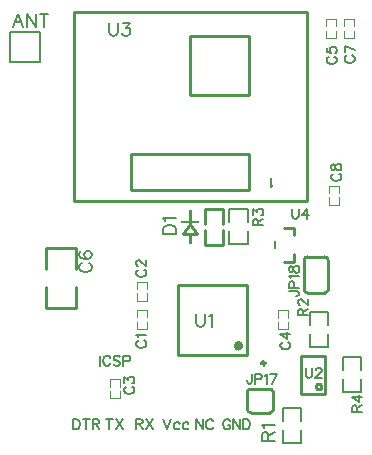
<source format=gto>
G04 ---------------------------- Layer name :TOP SILK LAYER*
G04 EasyEDA v5.5.15, Tue, 26 Jun 2018 10:07:45 GMT*
G04 6b00658ecf034e76a6cd097d3bdf46c6*
G04 Gerber Generator version 0.2*
G04 Scale: 100 percent, Rotated: No, Reflected: No *
G04 Dimensions in inches *
G04 leading zeros omitted , absolute positions ,2 integer and 4 decimal *
%FSLAX24Y24*%
%MOIN*%
G90*
G70D02*

%ADD10C,0.010000*%
%ADD31C,0.004000*%
%ADD32C,0.007874*%
%ADD33C,0.008000*%
%ADD34C,0.007992*%
%ADD35C,0.011811*%
%ADD36C,0.015748*%
%ADD37C,0.007000*%
%ADD38C,0.006000*%

%LPD*%
G54D10*
G01X7100Y7600D02*
G01X7100Y7100D01*
G01X6500Y7100D01*
G01X6500Y7600D01*
G01X7100Y7800D02*
G01X7100Y8300D01*
G01X6500Y8300D01*
G01X6500Y7800D01*
G01X6000Y7800D02*
G01X5767Y7475D01*
G01X6232Y7475D01*
G01X6000Y7800D01*
G54D31*
G01X10630Y8680D02*
G01X10630Y8430D01*
G01X10969Y8430D01*
G01X10969Y8640D01*
G01X10969Y8680D01*
G01X10969Y8830D02*
G01X10969Y9069D01*
G01X10630Y9069D01*
G01X10630Y8859D01*
G01X10630Y8830D01*
G01X11130Y14230D02*
G01X11130Y13980D01*
G01X11469Y13980D01*
G01X11469Y14190D01*
G01X11469Y14230D01*
G01X11469Y14380D02*
G01X11469Y14619D01*
G01X11130Y14619D01*
G01X11130Y14409D01*
G01X11130Y14380D01*
G54D10*
G01X9710Y2748D02*
G01X9710Y2119D01*
G01X9710Y2119D02*
G01X10101Y2119D01*
G01X9710Y2748D02*
G01X9710Y3378D01*
G01X9710Y3378D02*
G01X10101Y3378D01*
G01X10101Y3378D02*
G01X10490Y3378D01*
G01X10490Y3378D02*
G01X10490Y2748D01*
G01X10101Y2119D02*
G01X10490Y2119D01*
G01X10490Y2119D02*
G01X10490Y2748D01*
G54D32*
G01X9714Y927D02*
G01X9714Y494D01*
G01X9084Y494D01*
G01X9084Y927D01*
G01X9714Y1242D02*
G01X9714Y1675D01*
G01X9321Y1675D01*
G01X9084Y1675D01*
G01X9084Y1242D01*
G01X10614Y4127D02*
G01X10614Y3694D01*
G01X9985Y3694D01*
G01X9985Y4127D01*
G01X10614Y4442D02*
G01X10614Y4875D01*
G01X10221Y4875D01*
G01X9985Y4875D01*
G01X9985Y4442D01*
G54D33*
G01X1000Y13200D02*
G01X0Y13200D01*
G01X0Y14200D01*
G01X1000Y14200D01*
G01X1000Y13450D01*
G54D34*
G01X1000Y13200D02*
G01X1000Y13450D01*
G54D32*
G01X11714Y2627D02*
G01X11714Y2194D01*
G01X11085Y2194D01*
G01X11085Y2627D01*
G01X11714Y2942D02*
G01X11714Y3375D01*
G01X11321Y3375D01*
G01X11085Y3375D01*
G01X11085Y2942D01*
G54D31*
G01X4230Y4530D02*
G01X4230Y4280D01*
G01X4569Y4280D01*
G01X4569Y4490D01*
G01X4569Y4530D01*
G01X4569Y4680D02*
G01X4569Y4919D01*
G01X4230Y4919D01*
G01X4230Y4709D01*
G01X4230Y4680D01*
G01X3669Y2369D02*
G01X3669Y2619D01*
G01X3330Y2619D01*
G01X3330Y2409D01*
G01X3330Y2369D01*
G01X3330Y2219D02*
G01X3330Y1980D01*
G01X3669Y1980D01*
G01X3669Y2190D01*
G01X3669Y2219D01*
G01X9269Y4669D02*
G01X9269Y4919D01*
G01X8930Y4919D01*
G01X8930Y4709D01*
G01X8930Y4669D01*
G01X8930Y4519D02*
G01X8930Y4280D01*
G01X9269Y4280D01*
G01X9269Y4490D01*
G01X9269Y4519D01*
G01X4230Y5480D02*
G01X4230Y5230D01*
G01X4569Y5230D01*
G01X4569Y5440D01*
G01X4569Y5480D01*
G01X4569Y5630D02*
G01X4569Y5869D01*
G01X4230Y5869D01*
G01X4230Y5659D01*
G01X4230Y5630D01*
G01X10530Y14230D02*
G01X10530Y13980D01*
G01X10869Y13980D01*
G01X10869Y14190D01*
G01X10869Y14230D01*
G01X10869Y14380D02*
G01X10869Y14619D01*
G01X10530Y14619D01*
G01X10530Y14409D01*
G01X10530Y14380D01*
G54D32*
G01X7284Y7872D02*
G01X7284Y8305D01*
G01X7915Y8305D01*
G01X7915Y7872D01*
G01X7284Y7557D02*
G01X7284Y7124D01*
G01X7678Y7124D01*
G01X7915Y7124D01*
G01X7915Y7557D01*
G54D10*
G01X8030Y1509D02*
G01X8650Y1509D01*
G01X7909Y1600D02*
G01X7909Y2200D01*
G01X8769Y1600D02*
G01X8769Y2200D01*
G01X8650Y2290D02*
G01X8030Y2290D01*
G01X9455Y6784D02*
G01X9455Y6525D01*
G01X9455Y6784D01*
G01X9455Y6525D01*
G01X9134Y6525D01*
G01X9134Y7674D02*
G01X9455Y7674D01*
G01X9455Y7415D01*
G54D32*
G01X8845Y7218D02*
G01X8845Y6981D01*
G54D10*
G01X10600Y6600D02*
G01X10600Y5600D01*
G01X10500Y6700D02*
G01X9900Y6700D01*
G01X10500Y5500D02*
G01X9900Y5500D01*
G01X9800Y5600D02*
G01X9800Y6600D01*
G01X1203Y5700D02*
G01X1203Y5000D01*
G01X2203Y5000D01*
G01X2203Y5700D01*
G01X2203Y6300D02*
G01X2203Y7000D01*
G01X1203Y7000D01*
G01X1203Y6300D01*
G01X9882Y8550D02*
G01X2123Y8550D01*
G01X2123Y8550D02*
G01X2123Y14850D01*
G01X2123Y14850D02*
G01X9882Y14850D01*
G01X9882Y14850D02*
G01X9882Y8550D01*
G01X7973Y12090D02*
G01X7973Y14059D01*
G01X7973Y14059D02*
G01X6003Y14059D01*
G01X6003Y14059D02*
G01X6003Y12090D01*
G01X6003Y12090D02*
G01X7973Y12090D01*
G01X7973Y8940D02*
G01X7973Y10130D01*
G01X7973Y10130D02*
G01X4032Y10130D01*
G01X4032Y10130D02*
G01X4032Y8940D01*
G01X4032Y8940D02*
G01X7973Y8940D01*
G01X5588Y3438D02*
G01X7911Y3438D01*
G01X7911Y5761D01*
G01X5588Y5761D01*
G01X5588Y3438D01*
G54D37*
G01X5099Y7476D02*
G01X5528Y7476D01*
G01X5099Y7476D02*
G01X5099Y7619D01*
G01X5119Y7681D01*
G01X5160Y7721D01*
G01X5201Y7742D01*
G01X5262Y7762D01*
G01X5364Y7762D01*
G01X5426Y7742D01*
G01X5467Y7721D01*
G01X5508Y7681D01*
G01X5528Y7619D01*
G01X5528Y7476D01*
G01X5180Y7897D02*
G01X5160Y7938D01*
G01X5099Y8000D01*
G01X5528Y8000D01*
G01X10780Y9472D02*
G01X10748Y9456D01*
G01X10716Y9424D01*
G01X10700Y9392D01*
G01X10700Y9328D01*
G01X10716Y9297D01*
G01X10748Y9265D01*
G01X10780Y9249D01*
G01X10827Y9233D01*
G01X10907Y9233D01*
G01X10955Y9249D01*
G01X10986Y9265D01*
G01X11018Y9297D01*
G01X11034Y9328D01*
G01X11034Y9392D01*
G01X11018Y9424D01*
G01X10986Y9456D01*
G01X10955Y9472D01*
G01X10700Y9656D02*
G01X10716Y9608D01*
G01X10748Y9593D01*
G01X10780Y9593D01*
G01X10811Y9608D01*
G01X10827Y9640D01*
G01X10843Y9704D01*
G01X10859Y9752D01*
G01X10891Y9783D01*
G01X10923Y9799D01*
G01X10971Y9799D01*
G01X11002Y9783D01*
G01X11018Y9768D01*
G01X11034Y9720D01*
G01X11034Y9656D01*
G01X11018Y9608D01*
G01X11002Y9593D01*
G01X10971Y9577D01*
G01X10923Y9577D01*
G01X10891Y9593D01*
G01X10859Y9624D01*
G01X10843Y9672D01*
G01X10827Y9736D01*
G01X10811Y9768D01*
G01X10780Y9783D01*
G01X10748Y9783D01*
G01X10716Y9768D01*
G01X10700Y9720D01*
G01X10700Y9656D01*
G01X11234Y13411D02*
G01X11202Y13394D01*
G01X11169Y13363D01*
G01X11153Y13330D01*
G01X11153Y13267D01*
G01X11169Y13236D01*
G01X11202Y13203D01*
G01X11234Y13188D01*
G01X11281Y13171D01*
G01X11360Y13171D01*
G01X11409Y13188D01*
G01X11439Y13203D01*
G01X11472Y13236D01*
G01X11488Y13267D01*
G01X11488Y13330D01*
G01X11472Y13363D01*
G01X11439Y13394D01*
G01X11409Y13411D01*
G01X11153Y13738D02*
G01X11488Y13578D01*
G01X11153Y13515D02*
G01X11153Y13738D01*
G01X9848Y3000D02*
G01X9848Y2761D01*
G01X9864Y2714D01*
G01X9897Y2682D01*
G01X9943Y2666D01*
G01X9976Y2666D01*
G01X10023Y2682D01*
G01X10056Y2714D01*
G01X10072Y2761D01*
G01X10072Y3000D01*
G01X10193Y2920D02*
G01X10193Y2936D01*
G01X10209Y2968D01*
G01X10223Y2984D01*
G01X10256Y3000D01*
G01X10319Y3000D01*
G01X10352Y2984D01*
G01X10368Y2968D01*
G01X10384Y2936D01*
G01X10384Y2904D01*
G01X10368Y2873D01*
G01X10335Y2825D01*
G01X10177Y2666D01*
G01X10398Y2666D01*
G01X8400Y575D02*
G01X8829Y575D01*
G01X8400Y575D02*
G01X8400Y759D01*
G01X8420Y820D01*
G01X8440Y841D01*
G01X8481Y861D01*
G01X8522Y861D01*
G01X8563Y841D01*
G01X8584Y820D01*
G01X8604Y759D01*
G01X8604Y575D01*
G01X8604Y718D02*
G01X8829Y861D01*
G01X8481Y996D02*
G01X8461Y1037D01*
G01X8400Y1099D01*
G01X8829Y1099D01*
G01X9600Y4749D02*
G01X9934Y4749D01*
G01X9600Y4749D02*
G01X9600Y4892D01*
G01X9616Y4940D01*
G01X9632Y4956D01*
G01X9664Y4972D01*
G01X9695Y4972D01*
G01X9727Y4956D01*
G01X9743Y4940D01*
G01X9759Y4892D01*
G01X9759Y4749D01*
G01X9759Y4860D02*
G01X9934Y4972D01*
G01X9680Y5093D02*
G01X9664Y5093D01*
G01X9632Y5109D01*
G01X9616Y5124D01*
G01X9600Y5156D01*
G01X9600Y5220D01*
G01X9616Y5252D01*
G01X9632Y5268D01*
G01X9664Y5284D01*
G01X9695Y5284D01*
G01X9727Y5268D01*
G01X9775Y5236D01*
G01X9934Y5077D01*
G01X9934Y5299D01*
G01X263Y14800D02*
G01X100Y14371D01*
G01X263Y14800D02*
G01X426Y14371D01*
G01X161Y14513D02*
G01X365Y14513D01*
G01X561Y14800D02*
G01X561Y14371D01*
G01X561Y14800D02*
G01X848Y14371D01*
G01X848Y14800D02*
G01X848Y14371D01*
G01X1126Y14800D02*
G01X1126Y14371D01*
G01X984Y14800D02*
G01X1269Y14800D01*
G01X11399Y1534D02*
G01X11733Y1534D01*
G01X11399Y1534D02*
G01X11399Y1676D01*
G01X11415Y1725D01*
G01X11431Y1740D01*
G01X11463Y1757D01*
G01X11495Y1757D01*
G01X11526Y1740D01*
G01X11542Y1725D01*
G01X11558Y1676D01*
G01X11558Y1534D01*
G01X11558Y1644D02*
G01X11733Y1757D01*
G01X11399Y2021D02*
G01X11622Y1861D01*
G01X11622Y2100D01*
G01X11399Y2021D02*
G01X11733Y2021D01*
G01X4280Y3915D02*
G01X4248Y3899D01*
G01X4215Y3867D01*
G01X4200Y3835D01*
G01X4200Y3771D01*
G01X4215Y3740D01*
G01X4248Y3708D01*
G01X4280Y3692D01*
G01X4326Y3676D01*
G01X4407Y3676D01*
G01X4455Y3692D01*
G01X4486Y3708D01*
G01X4517Y3740D01*
G01X4534Y3771D01*
G01X4534Y3835D01*
G01X4517Y3867D01*
G01X4486Y3899D01*
G01X4455Y3915D01*
G01X4263Y4020D02*
G01X4248Y4051D01*
G01X4200Y4099D01*
G01X4534Y4099D01*
G01X3879Y2373D02*
G01X3847Y2357D01*
G01X3816Y2325D01*
G01X3800Y2293D01*
G01X3800Y2229D01*
G01X3816Y2198D01*
G01X3847Y2166D01*
G01X3879Y2150D01*
G01X3927Y2134D01*
G01X4007Y2134D01*
G01X4054Y2150D01*
G01X4086Y2166D01*
G01X4118Y2198D01*
G01X4134Y2229D01*
G01X4134Y2293D01*
G01X4118Y2325D01*
G01X4086Y2357D01*
G01X4054Y2373D01*
G01X3800Y2509D02*
G01X3800Y2684D01*
G01X3927Y2589D01*
G01X3927Y2637D01*
G01X3943Y2669D01*
G01X3959Y2684D01*
G01X4007Y2700D01*
G01X4038Y2700D01*
G01X4086Y2684D01*
G01X4118Y2653D01*
G01X4134Y2605D01*
G01X4134Y2557D01*
G01X4118Y2509D01*
G01X4102Y2494D01*
G01X4070Y2478D01*
G01X9080Y3856D02*
G01X9048Y3840D01*
G01X9016Y3808D01*
G01X9000Y3776D01*
G01X9000Y3712D01*
G01X9016Y3681D01*
G01X9048Y3649D01*
G01X9080Y3633D01*
G01X9127Y3617D01*
G01X9207Y3617D01*
G01X9255Y3633D01*
G01X9286Y3649D01*
G01X9318Y3681D01*
G01X9334Y3712D01*
G01X9334Y3776D01*
G01X9318Y3808D01*
G01X9286Y3840D01*
G01X9255Y3856D01*
G01X9000Y4120D02*
G01X9223Y3961D01*
G01X9223Y4199D01*
G01X9000Y4120D02*
G01X9334Y4120D01*
G01X4279Y6273D02*
G01X4248Y6257D01*
G01X4216Y6225D01*
G01X4200Y6193D01*
G01X4200Y6129D01*
G01X4216Y6098D01*
G01X4248Y6066D01*
G01X4279Y6050D01*
G01X4327Y6034D01*
G01X4407Y6034D01*
G01X4454Y6050D01*
G01X4486Y6066D01*
G01X4518Y6098D01*
G01X4534Y6129D01*
G01X4534Y6193D01*
G01X4518Y6225D01*
G01X4486Y6257D01*
G01X4454Y6273D01*
G01X4279Y6393D02*
G01X4264Y6393D01*
G01X4232Y6409D01*
G01X4216Y6425D01*
G01X4200Y6457D01*
G01X4200Y6521D01*
G01X4216Y6553D01*
G01X4232Y6568D01*
G01X4264Y6584D01*
G01X4295Y6584D01*
G01X4327Y6568D01*
G01X4375Y6537D01*
G01X4534Y6378D01*
G01X4534Y6600D01*
G01X10634Y13375D02*
G01X10602Y13359D01*
G01X10569Y13326D01*
G01X10553Y13294D01*
G01X10553Y13230D01*
G01X10569Y13200D01*
G01X10602Y13167D01*
G01X10634Y13151D01*
G01X10681Y13136D01*
G01X10760Y13136D01*
G01X10809Y13151D01*
G01X10839Y13167D01*
G01X10872Y13200D01*
G01X10888Y13230D01*
G01X10888Y13294D01*
G01X10872Y13326D01*
G01X10839Y13359D01*
G01X10809Y13375D01*
G01X10553Y13671D02*
G01X10553Y13511D01*
G01X10697Y13496D01*
G01X10681Y13511D01*
G01X10664Y13559D01*
G01X10664Y13607D01*
G01X10681Y13655D01*
G01X10713Y13686D01*
G01X10760Y13701D01*
G01X10793Y13701D01*
G01X10839Y13686D01*
G01X10872Y13655D01*
G01X10888Y13607D01*
G01X10888Y13559D01*
G01X10872Y13511D01*
G01X10856Y13496D01*
G01X10825Y13480D01*
G01X8100Y7750D02*
G01X8434Y7750D01*
G01X8100Y7750D02*
G01X8100Y7892D01*
G01X8116Y7940D01*
G01X8132Y7957D01*
G01X8164Y7973D01*
G01X8196Y7973D01*
G01X8227Y7957D01*
G01X8243Y7940D01*
G01X8259Y7892D01*
G01X8259Y7750D01*
G01X8259Y7861D02*
G01X8434Y7973D01*
G01X8100Y8109D02*
G01X8100Y8284D01*
G01X8227Y8188D01*
G01X8227Y8236D01*
G01X8243Y8269D01*
G01X8259Y8284D01*
G01X8307Y8300D01*
G01X8339Y8300D01*
G01X8386Y8284D01*
G01X8418Y8253D01*
G01X8434Y8205D01*
G01X8434Y8157D01*
G01X8418Y8109D01*
G01X8402Y8094D01*
G01X8371Y8078D01*
G01X8059Y2800D02*
G01X8059Y2545D01*
G01X8043Y2498D01*
G01X8027Y2482D01*
G01X7995Y2466D01*
G01X7964Y2466D01*
G01X7932Y2482D01*
G01X7916Y2498D01*
G01X7900Y2545D01*
G01X7900Y2577D01*
G01X8164Y2800D02*
G01X8164Y2466D01*
G01X8164Y2800D02*
G01X8307Y2800D01*
G01X8355Y2784D01*
G01X8371Y2768D01*
G01X8387Y2736D01*
G01X8387Y2689D01*
G01X8371Y2657D01*
G01X8355Y2641D01*
G01X8307Y2625D01*
G01X8164Y2625D01*
G01X8492Y2736D02*
G01X8524Y2752D01*
G01X8571Y2800D01*
G01X8571Y2466D01*
G01X8899Y2800D02*
G01X8740Y2466D01*
G01X8676Y2800D02*
G01X8899Y2800D01*
G01X9399Y8300D02*
G01X9399Y8061D01*
G01X9415Y8014D01*
G01X9447Y7982D01*
G01X9494Y7966D01*
G01X9526Y7966D01*
G01X9574Y7982D01*
G01X9606Y8014D01*
G01X9622Y8061D01*
G01X9622Y8300D01*
G01X9886Y8300D02*
G01X9727Y8077D01*
G01X9965Y8077D01*
G01X9886Y8300D02*
G01X9886Y7966D01*
G01X9299Y5559D02*
G01X9554Y5559D01*
G01X9601Y5543D01*
G01X9617Y5527D01*
G01X9633Y5495D01*
G01X9633Y5464D01*
G01X9617Y5432D01*
G01X9601Y5416D01*
G01X9554Y5400D01*
G01X9522Y5400D01*
G01X9299Y5664D02*
G01X9633Y5664D01*
G01X9299Y5664D02*
G01X9299Y5807D01*
G01X9315Y5855D01*
G01X9331Y5871D01*
G01X9363Y5887D01*
G01X9410Y5887D01*
G01X9442Y5871D01*
G01X9458Y5855D01*
G01X9474Y5807D01*
G01X9474Y5664D01*
G01X9363Y5992D02*
G01X9347Y6024D01*
G01X9299Y6071D01*
G01X9633Y6071D01*
G01X9299Y6256D02*
G01X9315Y6208D01*
G01X9347Y6192D01*
G01X9379Y6192D01*
G01X9410Y6208D01*
G01X9426Y6240D01*
G01X9442Y6304D01*
G01X9458Y6351D01*
G01X9490Y6383D01*
G01X9522Y6399D01*
G01X9570Y6399D01*
G01X9601Y6383D01*
G01X9617Y6367D01*
G01X9633Y6320D01*
G01X9633Y6256D01*
G01X9617Y6208D01*
G01X9601Y6192D01*
G01X9570Y6176D01*
G01X9522Y6176D01*
G01X9490Y6192D01*
G01X9458Y6224D01*
G01X9442Y6272D01*
G01X9426Y6335D01*
G01X9410Y6367D01*
G01X9379Y6383D01*
G01X9347Y6383D01*
G01X9315Y6367D01*
G01X9299Y6320D01*
G01X9299Y6256D01*
G01X2401Y6499D02*
G01X2360Y6478D01*
G01X2319Y6437D01*
G01X2299Y6397D01*
G01X2299Y6315D01*
G01X2319Y6274D01*
G01X2360Y6233D01*
G01X2401Y6212D01*
G01X2462Y6192D01*
G01X2564Y6192D01*
G01X2626Y6212D01*
G01X2667Y6233D01*
G01X2708Y6274D01*
G01X2728Y6315D01*
G01X2728Y6397D01*
G01X2708Y6437D01*
G01X2667Y6478D01*
G01X2626Y6499D01*
G01X2360Y6879D02*
G01X2319Y6859D01*
G01X2299Y6797D01*
G01X2299Y6757D01*
G01X2319Y6695D01*
G01X2380Y6654D01*
G01X2483Y6634D01*
G01X2585Y6634D01*
G01X2667Y6654D01*
G01X2708Y6695D01*
G01X2728Y6757D01*
G01X2728Y6777D01*
G01X2708Y6838D01*
G01X2667Y6879D01*
G01X2605Y6900D01*
G01X2585Y6900D01*
G01X2524Y6879D01*
G01X2483Y6838D01*
G01X2462Y6777D01*
G01X2462Y6757D01*
G01X2483Y6695D01*
G01X2524Y6654D01*
G01X2585Y6634D01*
G01X3299Y14499D02*
G01X3299Y14193D01*
G01X3319Y14131D01*
G01X3360Y14090D01*
G01X3422Y14070D01*
G01X3463Y14070D01*
G01X3524Y14090D01*
G01X3565Y14131D01*
G01X3585Y14193D01*
G01X3585Y14499D01*
G01X3761Y14499D02*
G01X3986Y14499D01*
G01X3864Y14336D01*
G01X3925Y14336D01*
G01X3966Y14315D01*
G01X3986Y14295D01*
G01X4007Y14234D01*
G01X4007Y14193D01*
G01X3986Y14131D01*
G01X3945Y14090D01*
G01X3884Y14070D01*
G01X3823Y14070D01*
G01X3761Y14090D01*
G01X3741Y14111D01*
G01X3720Y14152D01*
G54D38*
G01X8753Y9090D02*
G01X8726Y9076D01*
G01X8684Y9036D01*
G01X8684Y9323D01*
G54D37*
G01X6200Y4800D02*
G01X6200Y4494D01*
G01X6219Y4432D01*
G01X6261Y4391D01*
G01X6323Y4371D01*
G01X6363Y4371D01*
G01X6425Y4391D01*
G01X6465Y4432D01*
G01X6486Y4494D01*
G01X6486Y4800D01*
G01X6621Y4719D02*
G01X6661Y4739D01*
G01X6723Y4800D01*
G01X6723Y4371D01*
G54D33*
G01X3000Y3399D02*
G01X3000Y3065D01*
G01X3344Y3319D02*
G01X3328Y3351D01*
G01X3296Y3383D01*
G01X3263Y3399D01*
G01X3200Y3399D01*
G01X3169Y3383D01*
G01X3136Y3351D01*
G01X3121Y3319D01*
G01X3105Y3272D01*
G01X3105Y3192D01*
G01X3121Y3144D01*
G01X3136Y3113D01*
G01X3169Y3081D01*
G01X3200Y3065D01*
G01X3263Y3065D01*
G01X3296Y3081D01*
G01X3328Y3113D01*
G01X3344Y3144D01*
G01X3671Y3351D02*
G01X3640Y3383D01*
G01X3592Y3399D01*
G01X3528Y3399D01*
G01X3480Y3383D01*
G01X3448Y3351D01*
G01X3448Y3319D01*
G01X3465Y3288D01*
G01X3480Y3272D01*
G01X3511Y3256D01*
G01X3607Y3224D01*
G01X3640Y3208D01*
G01X3655Y3192D01*
G01X3671Y3160D01*
G01X3671Y3113D01*
G01X3640Y3081D01*
G01X3592Y3065D01*
G01X3528Y3065D01*
G01X3480Y3081D01*
G01X3448Y3113D01*
G01X3776Y3399D02*
G01X3776Y3065D01*
G01X3776Y3399D02*
G01X3919Y3399D01*
G01X3967Y3383D01*
G01X3982Y3367D01*
G01X3998Y3335D01*
G01X3998Y3288D01*
G01X3982Y3256D01*
G01X3967Y3240D01*
G01X3919Y3224D01*
G01X3776Y3224D01*
G01X2100Y1290D02*
G01X2100Y957D01*
G01X2100Y1290D02*
G01X2211Y1290D01*
G01X2259Y1275D01*
G01X2290Y1242D01*
G01X2307Y1211D01*
G01X2323Y1163D01*
G01X2323Y1084D01*
G01X2307Y1036D01*
G01X2290Y1005D01*
G01X2259Y973D01*
G01X2211Y957D01*
G01X2100Y957D01*
G01X2538Y1290D02*
G01X2538Y957D01*
G01X2428Y1290D02*
G01X2650Y1290D01*
G01X2755Y1290D02*
G01X2755Y957D01*
G01X2755Y1290D02*
G01X2898Y1290D01*
G01X2946Y1275D01*
G01X2961Y1259D01*
G01X2978Y1226D01*
G01X2978Y1194D01*
G01X2961Y1163D01*
G01X2946Y1148D01*
G01X2898Y1132D01*
G01X2755Y1132D01*
G01X2867Y1132D02*
G01X2978Y957D01*
G01X3311Y1291D02*
G01X3311Y957D01*
G01X3200Y1291D02*
G01X3423Y1291D01*
G01X3528Y1291D02*
G01X3750Y957D01*
G01X3750Y1291D02*
G01X3528Y957D01*
G01X4200Y1291D02*
G01X4200Y957D01*
G01X4200Y1291D02*
G01X4342Y1291D01*
G01X4390Y1275D01*
G01X4407Y1259D01*
G01X4423Y1227D01*
G01X4423Y1195D01*
G01X4407Y1164D01*
G01X4390Y1148D01*
G01X4342Y1132D01*
G01X4200Y1132D01*
G01X4311Y1132D02*
G01X4423Y957D01*
G01X4528Y1291D02*
G01X4750Y957D01*
G01X4750Y1291D02*
G01X4528Y957D01*
G01X5100Y1291D02*
G01X5226Y957D01*
G01X5355Y1291D02*
G01X5226Y957D01*
G01X5650Y1132D02*
G01X5619Y1164D01*
G01X5586Y1180D01*
G01X5538Y1180D01*
G01X5507Y1164D01*
G01X5475Y1132D01*
G01X5459Y1084D01*
G01X5459Y1052D01*
G01X5475Y1005D01*
G01X5507Y973D01*
G01X5538Y957D01*
G01X5586Y957D01*
G01X5619Y973D01*
G01X5650Y1005D01*
G01X5946Y1132D02*
G01X5915Y1164D01*
G01X5882Y1180D01*
G01X5834Y1180D01*
G01X5803Y1164D01*
G01X5771Y1132D01*
G01X5755Y1084D01*
G01X5755Y1052D01*
G01X5771Y1005D01*
G01X5803Y973D01*
G01X5834Y957D01*
G01X5882Y957D01*
G01X5915Y973D01*
G01X5946Y1005D01*
G01X6200Y1291D02*
G01X6200Y957D01*
G01X6200Y1291D02*
G01X6423Y957D01*
G01X6423Y1291D02*
G01X6423Y957D01*
G01X6765Y1211D02*
G01X6750Y1243D01*
G01X6719Y1275D01*
G01X6686Y1291D01*
G01X6623Y1291D01*
G01X6590Y1275D01*
G01X6559Y1243D01*
G01X6544Y1211D01*
G01X6528Y1164D01*
G01X6528Y1084D01*
G01X6544Y1036D01*
G01X6559Y1004D01*
G01X6590Y973D01*
G01X6623Y957D01*
G01X6686Y957D01*
G01X6719Y973D01*
G01X6750Y1004D01*
G01X6765Y1036D01*
G01X7338Y1211D02*
G01X7323Y1242D01*
G01X7290Y1275D01*
G01X7259Y1290D01*
G01X7194Y1290D01*
G01X7163Y1275D01*
G01X7132Y1242D01*
G01X7115Y1211D01*
G01X7100Y1163D01*
G01X7100Y1084D01*
G01X7115Y1036D01*
G01X7132Y1005D01*
G01X7163Y973D01*
G01X7194Y957D01*
G01X7259Y957D01*
G01X7290Y973D01*
G01X7323Y1005D01*
G01X7338Y1036D01*
G01X7338Y1084D01*
G01X7259Y1084D02*
G01X7338Y1084D01*
G01X7444Y1290D02*
G01X7444Y957D01*
G01X7444Y1290D02*
G01X7665Y957D01*
G01X7665Y1290D02*
G01X7665Y957D01*
G01X7771Y1290D02*
G01X7771Y957D01*
G01X7771Y1290D02*
G01X7882Y1290D01*
G01X7930Y1275D01*
G01X7961Y1242D01*
G01X7978Y1211D01*
G01X7994Y1163D01*
G01X7994Y1084D01*
G01X7978Y1036D01*
G01X7961Y1005D01*
G01X7930Y973D01*
G01X7882Y957D01*
G01X7771Y957D01*
G54D10*
G75*
G01X8025Y2294D02*
G3X7907Y2195I-10J-108D01*
G01*
G75*
G01X8773Y2195D02*
G3X8655Y2294I-108J-10D01*
G01*
G75*
G01X8773Y1605D02*
G2X8655Y1506I-108J10D01*
G01*
G75*
G01X8025Y1506D02*
G2X7907Y1605I-10J108D01*
G01*
G75*
G01X9800Y6600D02*
G2X9900Y6700I100J0D01*
G01*
G75*
G01X9900Y5500D02*
G2X9800Y5600I0J100D01*
G01*
G75*
G01X10500Y5500D02*
G3X10600Y5600I0J100D01*
G01*
G75*
G01X10600Y6600D02*
G3X10500Y6700I-100J0D01*
G01*
G54D35*
G75*
G01X8384Y3143D02*
G3X8384Y3144I59J1D01*
G01*
G54D36*
G75*
G01X7537Y3734D02*
G3X7537Y3735I79J1D01*
G01*
G54D10*
G75*
G01X10401Y2359D02*
G03X10401Y2359I-100J0D01*
G01*
G36*
G01X5700Y7825D02*
G01X6300Y7825D01*
G01X6300Y7900D01*
G01X5700Y7900D01*
G01X5700Y7825D01*
G01X5700Y7825D01*
G01X5700Y7825D01*
G37*
G36*
G01X5950Y7875D02*
G01X5950Y8275D01*
G01X6050Y8275D01*
G01X6050Y7875D01*
G01X6050Y7875D01*
G01X5950Y7875D01*
G37*
G36*
G01X5950Y7500D02*
G01X6050Y7500D01*
G01X6050Y7125D01*
G01X5950Y7125D01*
G01X5950Y7125D01*
G01X5950Y7500D01*
G37*
M00*
M02*

</source>
